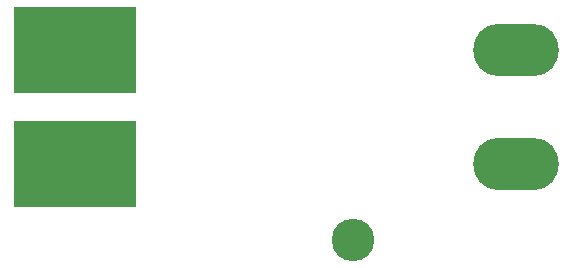
<source format=gbs>
G04 #@! TF.FileFunction,Soldermask,Bot*
%FSLAX46Y46*%
G04 Gerber Fmt 4.6, Leading zero omitted, Abs format (unit mm)*
G04 Created by KiCad (PCBNEW 4.0.7-e2-6376~58~ubuntu16.04.1) date Mon Nov  6 13:34:28 2017*
%MOMM*%
%LPD*%
G01*
G04 APERTURE LIST*
%ADD10C,0.100000*%
%ADD11R,10.400000X7.400000*%
%ADD12O,7.250000X4.450000*%
%ADD13C,3.600000*%
G04 APERTURE END LIST*
D10*
D11*
X128130800Y-84683600D03*
X128130800Y-94335600D03*
D12*
X165473000Y-84709000D03*
X165473000Y-94352000D03*
D13*
X151638000Y-100838000D03*
M02*

</source>
